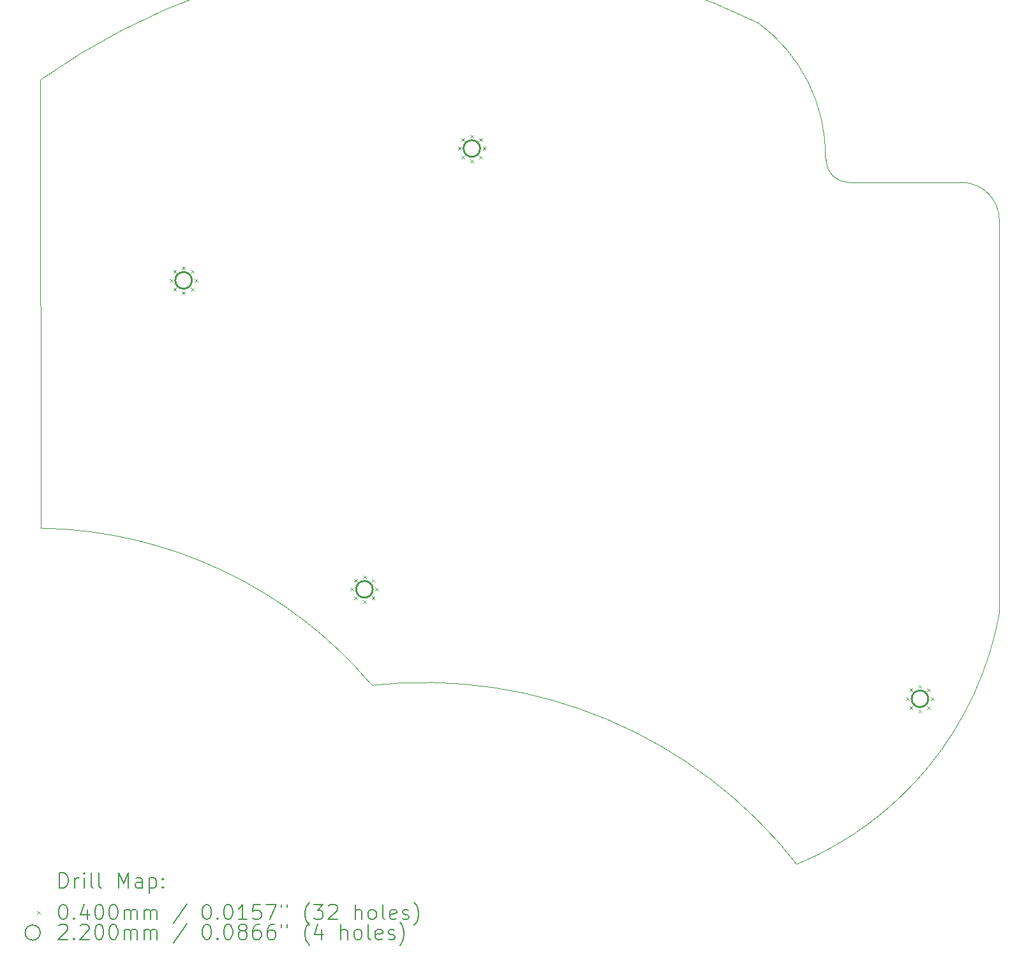
<source format=gbr>
%FSLAX45Y45*%
G04 Gerber Fmt 4.5, Leading zero omitted, Abs format (unit mm)*
G04 Created by KiCad (PCBNEW (6.0.4-0)) date 2022-05-15 19:58:28*
%MOMM*%
%LPD*%
G01*
G04 APERTURE LIST*
%TA.AperFunction,Profile*%
%ADD10C,0.050000*%
%TD*%
%ADD11C,0.200000*%
%ADD12C,0.040000*%
%ADD13C,0.220000*%
G04 APERTURE END LIST*
D10*
X18194931Y-6960571D02*
X18200000Y-6975000D01*
X18200000Y-6975000D02*
G75*
G03*
X18500000Y-7275000I300000J0D01*
G01*
X20500000Y-7775000D02*
X20500000Y-13000000D01*
X7774954Y-5914571D02*
X7779480Y-11863649D01*
X18500000Y-7275000D02*
X20000000Y-7275000D01*
X18194932Y-6960571D02*
G75*
G03*
X17303750Y-5159375I-2197522J33791D01*
G01*
X20500000Y-7775000D02*
G75*
G03*
X20000000Y-7275000I-500000J0D01*
G01*
X12174926Y-13949323D02*
G75*
G03*
X7779480Y-11863649I-4496261J-3801207D01*
G01*
X17303750Y-5159375D02*
G75*
G03*
X7774954Y-5914571I-4127500J-8413750D01*
G01*
X17812861Y-16325288D02*
G75*
G03*
X12174925Y-13949323I-4949949J-3868630D01*
G01*
X17812861Y-16325288D02*
G75*
G03*
X20500000Y-13000000I-1704573J4125824D01*
G01*
D11*
D12*
X9490000Y-8555000D02*
X9530000Y-8595000D01*
X9530000Y-8555000D02*
X9490000Y-8595000D01*
X9538327Y-8438327D02*
X9578327Y-8478327D01*
X9578327Y-8438327D02*
X9538327Y-8478327D01*
X9538327Y-8671673D02*
X9578327Y-8711673D01*
X9578327Y-8671673D02*
X9538327Y-8711673D01*
X9655000Y-8390000D02*
X9695000Y-8430000D01*
X9695000Y-8390000D02*
X9655000Y-8430000D01*
X9655000Y-8720000D02*
X9695000Y-8760000D01*
X9695000Y-8720000D02*
X9655000Y-8760000D01*
X9771673Y-8438327D02*
X9811673Y-8478327D01*
X9811673Y-8438327D02*
X9771673Y-8478327D01*
X9771673Y-8671673D02*
X9811673Y-8711673D01*
X9811673Y-8671673D02*
X9771673Y-8711673D01*
X9820000Y-8555000D02*
X9860000Y-8595000D01*
X9860000Y-8555000D02*
X9820000Y-8595000D01*
X11890000Y-12655000D02*
X11930000Y-12695000D01*
X11930000Y-12655000D02*
X11890000Y-12695000D01*
X11938327Y-12538327D02*
X11978327Y-12578327D01*
X11978327Y-12538327D02*
X11938327Y-12578327D01*
X11938327Y-12771673D02*
X11978327Y-12811673D01*
X11978327Y-12771673D02*
X11938327Y-12811673D01*
X12055000Y-12490000D02*
X12095000Y-12530000D01*
X12095000Y-12490000D02*
X12055000Y-12530000D01*
X12055000Y-12820000D02*
X12095000Y-12860000D01*
X12095000Y-12820000D02*
X12055000Y-12860000D01*
X12171673Y-12538327D02*
X12211673Y-12578327D01*
X12211673Y-12538327D02*
X12171673Y-12578327D01*
X12171673Y-12771673D02*
X12211673Y-12811673D01*
X12211673Y-12771673D02*
X12171673Y-12811673D01*
X12220000Y-12655000D02*
X12260000Y-12695000D01*
X12260000Y-12655000D02*
X12220000Y-12695000D01*
X13315000Y-6805000D02*
X13355000Y-6845000D01*
X13355000Y-6805000D02*
X13315000Y-6845000D01*
X13363327Y-6688327D02*
X13403327Y-6728327D01*
X13403327Y-6688327D02*
X13363327Y-6728327D01*
X13363327Y-6921673D02*
X13403327Y-6961673D01*
X13403327Y-6921673D02*
X13363327Y-6961673D01*
X13480000Y-6640000D02*
X13520000Y-6680000D01*
X13520000Y-6640000D02*
X13480000Y-6680000D01*
X13480000Y-6970000D02*
X13520000Y-7010000D01*
X13520000Y-6970000D02*
X13480000Y-7010000D01*
X13596673Y-6688327D02*
X13636673Y-6728327D01*
X13636673Y-6688327D02*
X13596673Y-6728327D01*
X13596673Y-6921673D02*
X13636673Y-6961673D01*
X13636673Y-6921673D02*
X13596673Y-6961673D01*
X13645000Y-6805000D02*
X13685000Y-6845000D01*
X13685000Y-6805000D02*
X13645000Y-6845000D01*
X19261875Y-14108750D02*
X19301875Y-14148750D01*
X19301875Y-14108750D02*
X19261875Y-14148750D01*
X19310202Y-13992077D02*
X19350202Y-14032077D01*
X19350202Y-13992077D02*
X19310202Y-14032077D01*
X19310202Y-14225423D02*
X19350202Y-14265423D01*
X19350202Y-14225423D02*
X19310202Y-14265423D01*
X19426875Y-13943750D02*
X19466875Y-13983750D01*
X19466875Y-13943750D02*
X19426875Y-13983750D01*
X19426875Y-14273750D02*
X19466875Y-14313750D01*
X19466875Y-14273750D02*
X19426875Y-14313750D01*
X19543548Y-13992077D02*
X19583548Y-14032077D01*
X19583548Y-13992077D02*
X19543548Y-14032077D01*
X19543548Y-14225423D02*
X19583548Y-14265423D01*
X19583548Y-14225423D02*
X19543548Y-14265423D01*
X19591875Y-14108750D02*
X19631875Y-14148750D01*
X19631875Y-14108750D02*
X19591875Y-14148750D01*
D13*
X9785000Y-8575000D02*
G75*
G03*
X9785000Y-8575000I-110000J0D01*
G01*
X12185000Y-12675000D02*
G75*
G03*
X12185000Y-12675000I-110000J0D01*
G01*
X13610000Y-6825000D02*
G75*
G03*
X13610000Y-6825000I-110000J0D01*
G01*
X19556875Y-14128750D02*
G75*
G03*
X19556875Y-14128750I-110000J0D01*
G01*
D11*
X8030073Y-16638264D02*
X8030073Y-16438264D01*
X8077692Y-16438264D01*
X8106264Y-16447788D01*
X8125311Y-16466836D01*
X8134835Y-16485883D01*
X8144359Y-16523979D01*
X8144359Y-16552550D01*
X8134835Y-16590645D01*
X8125311Y-16609693D01*
X8106264Y-16628740D01*
X8077692Y-16638264D01*
X8030073Y-16638264D01*
X8230073Y-16638264D02*
X8230073Y-16504931D01*
X8230073Y-16543026D02*
X8239597Y-16523979D01*
X8249121Y-16514455D01*
X8268168Y-16504931D01*
X8287216Y-16504931D01*
X8353883Y-16638264D02*
X8353883Y-16504931D01*
X8353883Y-16438264D02*
X8344359Y-16447788D01*
X8353883Y-16457312D01*
X8363406Y-16447788D01*
X8353883Y-16438264D01*
X8353883Y-16457312D01*
X8477692Y-16638264D02*
X8458645Y-16628740D01*
X8449121Y-16609693D01*
X8449121Y-16438264D01*
X8582454Y-16638264D02*
X8563406Y-16628740D01*
X8553883Y-16609693D01*
X8553883Y-16438264D01*
X8811026Y-16638264D02*
X8811026Y-16438264D01*
X8877692Y-16581121D01*
X8944359Y-16438264D01*
X8944359Y-16638264D01*
X9125311Y-16638264D02*
X9125311Y-16533502D01*
X9115787Y-16514455D01*
X9096740Y-16504931D01*
X9058645Y-16504931D01*
X9039597Y-16514455D01*
X9125311Y-16628740D02*
X9106264Y-16638264D01*
X9058645Y-16638264D01*
X9039597Y-16628740D01*
X9030073Y-16609693D01*
X9030073Y-16590645D01*
X9039597Y-16571598D01*
X9058645Y-16562074D01*
X9106264Y-16562074D01*
X9125311Y-16552550D01*
X9220549Y-16504931D02*
X9220549Y-16704931D01*
X9220549Y-16514455D02*
X9239597Y-16504931D01*
X9277692Y-16504931D01*
X9296740Y-16514455D01*
X9306264Y-16523979D01*
X9315787Y-16543026D01*
X9315787Y-16600169D01*
X9306264Y-16619217D01*
X9296740Y-16628740D01*
X9277692Y-16638264D01*
X9239597Y-16638264D01*
X9220549Y-16628740D01*
X9401502Y-16619217D02*
X9411026Y-16628740D01*
X9401502Y-16638264D01*
X9391978Y-16628740D01*
X9401502Y-16619217D01*
X9401502Y-16638264D01*
X9401502Y-16514455D02*
X9411026Y-16523979D01*
X9401502Y-16533502D01*
X9391978Y-16523979D01*
X9401502Y-16514455D01*
X9401502Y-16533502D01*
D12*
X7732454Y-16947788D02*
X7772454Y-16987788D01*
X7772454Y-16947788D02*
X7732454Y-16987788D01*
D11*
X8068168Y-16858264D02*
X8087216Y-16858264D01*
X8106264Y-16867788D01*
X8115787Y-16877312D01*
X8125311Y-16896360D01*
X8134835Y-16934455D01*
X8134835Y-16982074D01*
X8125311Y-17020169D01*
X8115787Y-17039217D01*
X8106264Y-17048741D01*
X8087216Y-17058264D01*
X8068168Y-17058264D01*
X8049121Y-17048741D01*
X8039597Y-17039217D01*
X8030073Y-17020169D01*
X8020549Y-16982074D01*
X8020549Y-16934455D01*
X8030073Y-16896360D01*
X8039597Y-16877312D01*
X8049121Y-16867788D01*
X8068168Y-16858264D01*
X8220549Y-17039217D02*
X8230073Y-17048741D01*
X8220549Y-17058264D01*
X8211025Y-17048741D01*
X8220549Y-17039217D01*
X8220549Y-17058264D01*
X8401502Y-16924931D02*
X8401502Y-17058264D01*
X8353883Y-16848741D02*
X8306264Y-16991598D01*
X8430073Y-16991598D01*
X8544359Y-16858264D02*
X8563406Y-16858264D01*
X8582454Y-16867788D01*
X8591978Y-16877312D01*
X8601502Y-16896360D01*
X8611026Y-16934455D01*
X8611026Y-16982074D01*
X8601502Y-17020169D01*
X8591978Y-17039217D01*
X8582454Y-17048741D01*
X8563406Y-17058264D01*
X8544359Y-17058264D01*
X8525311Y-17048741D01*
X8515787Y-17039217D01*
X8506264Y-17020169D01*
X8496740Y-16982074D01*
X8496740Y-16934455D01*
X8506264Y-16896360D01*
X8515787Y-16877312D01*
X8525311Y-16867788D01*
X8544359Y-16858264D01*
X8734835Y-16858264D02*
X8753883Y-16858264D01*
X8772930Y-16867788D01*
X8782454Y-16877312D01*
X8791978Y-16896360D01*
X8801502Y-16934455D01*
X8801502Y-16982074D01*
X8791978Y-17020169D01*
X8782454Y-17039217D01*
X8772930Y-17048741D01*
X8753883Y-17058264D01*
X8734835Y-17058264D01*
X8715787Y-17048741D01*
X8706264Y-17039217D01*
X8696740Y-17020169D01*
X8687216Y-16982074D01*
X8687216Y-16934455D01*
X8696740Y-16896360D01*
X8706264Y-16877312D01*
X8715787Y-16867788D01*
X8734835Y-16858264D01*
X8887216Y-17058264D02*
X8887216Y-16924931D01*
X8887216Y-16943979D02*
X8896740Y-16934455D01*
X8915787Y-16924931D01*
X8944359Y-16924931D01*
X8963406Y-16934455D01*
X8972930Y-16953502D01*
X8972930Y-17058264D01*
X8972930Y-16953502D02*
X8982454Y-16934455D01*
X9001502Y-16924931D01*
X9030073Y-16924931D01*
X9049121Y-16934455D01*
X9058645Y-16953502D01*
X9058645Y-17058264D01*
X9153883Y-17058264D02*
X9153883Y-16924931D01*
X9153883Y-16943979D02*
X9163406Y-16934455D01*
X9182454Y-16924931D01*
X9211026Y-16924931D01*
X9230073Y-16934455D01*
X9239597Y-16953502D01*
X9239597Y-17058264D01*
X9239597Y-16953502D02*
X9249121Y-16934455D01*
X9268168Y-16924931D01*
X9296740Y-16924931D01*
X9315787Y-16934455D01*
X9325311Y-16953502D01*
X9325311Y-17058264D01*
X9715787Y-16848741D02*
X9544359Y-17105883D01*
X9972930Y-16858264D02*
X9991978Y-16858264D01*
X10011026Y-16867788D01*
X10020549Y-16877312D01*
X10030073Y-16896360D01*
X10039597Y-16934455D01*
X10039597Y-16982074D01*
X10030073Y-17020169D01*
X10020549Y-17039217D01*
X10011026Y-17048741D01*
X9991978Y-17058264D01*
X9972930Y-17058264D01*
X9953883Y-17048741D01*
X9944359Y-17039217D01*
X9934835Y-17020169D01*
X9925311Y-16982074D01*
X9925311Y-16934455D01*
X9934835Y-16896360D01*
X9944359Y-16877312D01*
X9953883Y-16867788D01*
X9972930Y-16858264D01*
X10125311Y-17039217D02*
X10134835Y-17048741D01*
X10125311Y-17058264D01*
X10115787Y-17048741D01*
X10125311Y-17039217D01*
X10125311Y-17058264D01*
X10258645Y-16858264D02*
X10277692Y-16858264D01*
X10296740Y-16867788D01*
X10306264Y-16877312D01*
X10315787Y-16896360D01*
X10325311Y-16934455D01*
X10325311Y-16982074D01*
X10315787Y-17020169D01*
X10306264Y-17039217D01*
X10296740Y-17048741D01*
X10277692Y-17058264D01*
X10258645Y-17058264D01*
X10239597Y-17048741D01*
X10230073Y-17039217D01*
X10220549Y-17020169D01*
X10211026Y-16982074D01*
X10211026Y-16934455D01*
X10220549Y-16896360D01*
X10230073Y-16877312D01*
X10239597Y-16867788D01*
X10258645Y-16858264D01*
X10515787Y-17058264D02*
X10401502Y-17058264D01*
X10458645Y-17058264D02*
X10458645Y-16858264D01*
X10439597Y-16886836D01*
X10420549Y-16905883D01*
X10401502Y-16915407D01*
X10696740Y-16858264D02*
X10601502Y-16858264D01*
X10591978Y-16953502D01*
X10601502Y-16943979D01*
X10620549Y-16934455D01*
X10668168Y-16934455D01*
X10687216Y-16943979D01*
X10696740Y-16953502D01*
X10706264Y-16972550D01*
X10706264Y-17020169D01*
X10696740Y-17039217D01*
X10687216Y-17048741D01*
X10668168Y-17058264D01*
X10620549Y-17058264D01*
X10601502Y-17048741D01*
X10591978Y-17039217D01*
X10772930Y-16858264D02*
X10906264Y-16858264D01*
X10820549Y-17058264D01*
X10972930Y-16858264D02*
X10972930Y-16896360D01*
X11049121Y-16858264D02*
X11049121Y-16896360D01*
X11344359Y-17134455D02*
X11334835Y-17124931D01*
X11315787Y-17096360D01*
X11306264Y-17077312D01*
X11296740Y-17048741D01*
X11287216Y-17001122D01*
X11287216Y-16963026D01*
X11296740Y-16915407D01*
X11306264Y-16886836D01*
X11315787Y-16867788D01*
X11334835Y-16839217D01*
X11344359Y-16829693D01*
X11401502Y-16858264D02*
X11525311Y-16858264D01*
X11458644Y-16934455D01*
X11487216Y-16934455D01*
X11506264Y-16943979D01*
X11515787Y-16953502D01*
X11525311Y-16972550D01*
X11525311Y-17020169D01*
X11515787Y-17039217D01*
X11506264Y-17048741D01*
X11487216Y-17058264D01*
X11430073Y-17058264D01*
X11411025Y-17048741D01*
X11401502Y-17039217D01*
X11601502Y-16877312D02*
X11611025Y-16867788D01*
X11630073Y-16858264D01*
X11677692Y-16858264D01*
X11696740Y-16867788D01*
X11706264Y-16877312D01*
X11715787Y-16896360D01*
X11715787Y-16915407D01*
X11706264Y-16943979D01*
X11591978Y-17058264D01*
X11715787Y-17058264D01*
X11953883Y-17058264D02*
X11953883Y-16858264D01*
X12039597Y-17058264D02*
X12039597Y-16953502D01*
X12030073Y-16934455D01*
X12011025Y-16924931D01*
X11982454Y-16924931D01*
X11963406Y-16934455D01*
X11953883Y-16943979D01*
X12163406Y-17058264D02*
X12144359Y-17048741D01*
X12134835Y-17039217D01*
X12125311Y-17020169D01*
X12125311Y-16963026D01*
X12134835Y-16943979D01*
X12144359Y-16934455D01*
X12163406Y-16924931D01*
X12191978Y-16924931D01*
X12211025Y-16934455D01*
X12220549Y-16943979D01*
X12230073Y-16963026D01*
X12230073Y-17020169D01*
X12220549Y-17039217D01*
X12211025Y-17048741D01*
X12191978Y-17058264D01*
X12163406Y-17058264D01*
X12344359Y-17058264D02*
X12325311Y-17048741D01*
X12315787Y-17029693D01*
X12315787Y-16858264D01*
X12496740Y-17048741D02*
X12477692Y-17058264D01*
X12439597Y-17058264D01*
X12420549Y-17048741D01*
X12411025Y-17029693D01*
X12411025Y-16953502D01*
X12420549Y-16934455D01*
X12439597Y-16924931D01*
X12477692Y-16924931D01*
X12496740Y-16934455D01*
X12506264Y-16953502D01*
X12506264Y-16972550D01*
X12411025Y-16991598D01*
X12582454Y-17048741D02*
X12601502Y-17058264D01*
X12639597Y-17058264D01*
X12658644Y-17048741D01*
X12668168Y-17029693D01*
X12668168Y-17020169D01*
X12658644Y-17001122D01*
X12639597Y-16991598D01*
X12611025Y-16991598D01*
X12591978Y-16982074D01*
X12582454Y-16963026D01*
X12582454Y-16953502D01*
X12591978Y-16934455D01*
X12611025Y-16924931D01*
X12639597Y-16924931D01*
X12658644Y-16934455D01*
X12734835Y-17134455D02*
X12744359Y-17124931D01*
X12763406Y-17096360D01*
X12772930Y-17077312D01*
X12782454Y-17048741D01*
X12791978Y-17001122D01*
X12791978Y-16963026D01*
X12782454Y-16915407D01*
X12772930Y-16886836D01*
X12763406Y-16867788D01*
X12744359Y-16839217D01*
X12734835Y-16829693D01*
X7772454Y-17231788D02*
G75*
G03*
X7772454Y-17231788I-100000J0D01*
G01*
X8020549Y-17141312D02*
X8030073Y-17131788D01*
X8049121Y-17122264D01*
X8096740Y-17122264D01*
X8115787Y-17131788D01*
X8125311Y-17141312D01*
X8134835Y-17160360D01*
X8134835Y-17179407D01*
X8125311Y-17207979D01*
X8011025Y-17322264D01*
X8134835Y-17322264D01*
X8220549Y-17303217D02*
X8230073Y-17312741D01*
X8220549Y-17322264D01*
X8211025Y-17312741D01*
X8220549Y-17303217D01*
X8220549Y-17322264D01*
X8306264Y-17141312D02*
X8315787Y-17131788D01*
X8334835Y-17122264D01*
X8382454Y-17122264D01*
X8401502Y-17131788D01*
X8411026Y-17141312D01*
X8420549Y-17160360D01*
X8420549Y-17179407D01*
X8411026Y-17207979D01*
X8296740Y-17322264D01*
X8420549Y-17322264D01*
X8544359Y-17122264D02*
X8563406Y-17122264D01*
X8582454Y-17131788D01*
X8591978Y-17141312D01*
X8601502Y-17160360D01*
X8611026Y-17198455D01*
X8611026Y-17246074D01*
X8601502Y-17284169D01*
X8591978Y-17303217D01*
X8582454Y-17312741D01*
X8563406Y-17322264D01*
X8544359Y-17322264D01*
X8525311Y-17312741D01*
X8515787Y-17303217D01*
X8506264Y-17284169D01*
X8496740Y-17246074D01*
X8496740Y-17198455D01*
X8506264Y-17160360D01*
X8515787Y-17141312D01*
X8525311Y-17131788D01*
X8544359Y-17122264D01*
X8734835Y-17122264D02*
X8753883Y-17122264D01*
X8772930Y-17131788D01*
X8782454Y-17141312D01*
X8791978Y-17160360D01*
X8801502Y-17198455D01*
X8801502Y-17246074D01*
X8791978Y-17284169D01*
X8782454Y-17303217D01*
X8772930Y-17312741D01*
X8753883Y-17322264D01*
X8734835Y-17322264D01*
X8715787Y-17312741D01*
X8706264Y-17303217D01*
X8696740Y-17284169D01*
X8687216Y-17246074D01*
X8687216Y-17198455D01*
X8696740Y-17160360D01*
X8706264Y-17141312D01*
X8715787Y-17131788D01*
X8734835Y-17122264D01*
X8887216Y-17322264D02*
X8887216Y-17188931D01*
X8887216Y-17207979D02*
X8896740Y-17198455D01*
X8915787Y-17188931D01*
X8944359Y-17188931D01*
X8963406Y-17198455D01*
X8972930Y-17217502D01*
X8972930Y-17322264D01*
X8972930Y-17217502D02*
X8982454Y-17198455D01*
X9001502Y-17188931D01*
X9030073Y-17188931D01*
X9049121Y-17198455D01*
X9058645Y-17217502D01*
X9058645Y-17322264D01*
X9153883Y-17322264D02*
X9153883Y-17188931D01*
X9153883Y-17207979D02*
X9163406Y-17198455D01*
X9182454Y-17188931D01*
X9211026Y-17188931D01*
X9230073Y-17198455D01*
X9239597Y-17217502D01*
X9239597Y-17322264D01*
X9239597Y-17217502D02*
X9249121Y-17198455D01*
X9268168Y-17188931D01*
X9296740Y-17188931D01*
X9315787Y-17198455D01*
X9325311Y-17217502D01*
X9325311Y-17322264D01*
X9715787Y-17112741D02*
X9544359Y-17369883D01*
X9972930Y-17122264D02*
X9991978Y-17122264D01*
X10011026Y-17131788D01*
X10020549Y-17141312D01*
X10030073Y-17160360D01*
X10039597Y-17198455D01*
X10039597Y-17246074D01*
X10030073Y-17284169D01*
X10020549Y-17303217D01*
X10011026Y-17312741D01*
X9991978Y-17322264D01*
X9972930Y-17322264D01*
X9953883Y-17312741D01*
X9944359Y-17303217D01*
X9934835Y-17284169D01*
X9925311Y-17246074D01*
X9925311Y-17198455D01*
X9934835Y-17160360D01*
X9944359Y-17141312D01*
X9953883Y-17131788D01*
X9972930Y-17122264D01*
X10125311Y-17303217D02*
X10134835Y-17312741D01*
X10125311Y-17322264D01*
X10115787Y-17312741D01*
X10125311Y-17303217D01*
X10125311Y-17322264D01*
X10258645Y-17122264D02*
X10277692Y-17122264D01*
X10296740Y-17131788D01*
X10306264Y-17141312D01*
X10315787Y-17160360D01*
X10325311Y-17198455D01*
X10325311Y-17246074D01*
X10315787Y-17284169D01*
X10306264Y-17303217D01*
X10296740Y-17312741D01*
X10277692Y-17322264D01*
X10258645Y-17322264D01*
X10239597Y-17312741D01*
X10230073Y-17303217D01*
X10220549Y-17284169D01*
X10211026Y-17246074D01*
X10211026Y-17198455D01*
X10220549Y-17160360D01*
X10230073Y-17141312D01*
X10239597Y-17131788D01*
X10258645Y-17122264D01*
X10439597Y-17207979D02*
X10420549Y-17198455D01*
X10411026Y-17188931D01*
X10401502Y-17169883D01*
X10401502Y-17160360D01*
X10411026Y-17141312D01*
X10420549Y-17131788D01*
X10439597Y-17122264D01*
X10477692Y-17122264D01*
X10496740Y-17131788D01*
X10506264Y-17141312D01*
X10515787Y-17160360D01*
X10515787Y-17169883D01*
X10506264Y-17188931D01*
X10496740Y-17198455D01*
X10477692Y-17207979D01*
X10439597Y-17207979D01*
X10420549Y-17217502D01*
X10411026Y-17227026D01*
X10401502Y-17246074D01*
X10401502Y-17284169D01*
X10411026Y-17303217D01*
X10420549Y-17312741D01*
X10439597Y-17322264D01*
X10477692Y-17322264D01*
X10496740Y-17312741D01*
X10506264Y-17303217D01*
X10515787Y-17284169D01*
X10515787Y-17246074D01*
X10506264Y-17227026D01*
X10496740Y-17217502D01*
X10477692Y-17207979D01*
X10687216Y-17122264D02*
X10649121Y-17122264D01*
X10630073Y-17131788D01*
X10620549Y-17141312D01*
X10601502Y-17169883D01*
X10591978Y-17207979D01*
X10591978Y-17284169D01*
X10601502Y-17303217D01*
X10611026Y-17312741D01*
X10630073Y-17322264D01*
X10668168Y-17322264D01*
X10687216Y-17312741D01*
X10696740Y-17303217D01*
X10706264Y-17284169D01*
X10706264Y-17236550D01*
X10696740Y-17217502D01*
X10687216Y-17207979D01*
X10668168Y-17198455D01*
X10630073Y-17198455D01*
X10611026Y-17207979D01*
X10601502Y-17217502D01*
X10591978Y-17236550D01*
X10877692Y-17122264D02*
X10839597Y-17122264D01*
X10820549Y-17131788D01*
X10811026Y-17141312D01*
X10791978Y-17169883D01*
X10782454Y-17207979D01*
X10782454Y-17284169D01*
X10791978Y-17303217D01*
X10801502Y-17312741D01*
X10820549Y-17322264D01*
X10858645Y-17322264D01*
X10877692Y-17312741D01*
X10887216Y-17303217D01*
X10896740Y-17284169D01*
X10896740Y-17236550D01*
X10887216Y-17217502D01*
X10877692Y-17207979D01*
X10858645Y-17198455D01*
X10820549Y-17198455D01*
X10801502Y-17207979D01*
X10791978Y-17217502D01*
X10782454Y-17236550D01*
X10972930Y-17122264D02*
X10972930Y-17160360D01*
X11049121Y-17122264D02*
X11049121Y-17160360D01*
X11344359Y-17398455D02*
X11334835Y-17388931D01*
X11315787Y-17360360D01*
X11306264Y-17341312D01*
X11296740Y-17312741D01*
X11287216Y-17265122D01*
X11287216Y-17227026D01*
X11296740Y-17179407D01*
X11306264Y-17150836D01*
X11315787Y-17131788D01*
X11334835Y-17103217D01*
X11344359Y-17093693D01*
X11506264Y-17188931D02*
X11506264Y-17322264D01*
X11458644Y-17112741D02*
X11411025Y-17255598D01*
X11534835Y-17255598D01*
X11763406Y-17322264D02*
X11763406Y-17122264D01*
X11849121Y-17322264D02*
X11849121Y-17217502D01*
X11839597Y-17198455D01*
X11820549Y-17188931D01*
X11791978Y-17188931D01*
X11772930Y-17198455D01*
X11763406Y-17207979D01*
X11972930Y-17322264D02*
X11953883Y-17312741D01*
X11944359Y-17303217D01*
X11934835Y-17284169D01*
X11934835Y-17227026D01*
X11944359Y-17207979D01*
X11953883Y-17198455D01*
X11972930Y-17188931D01*
X12001502Y-17188931D01*
X12020549Y-17198455D01*
X12030073Y-17207979D01*
X12039597Y-17227026D01*
X12039597Y-17284169D01*
X12030073Y-17303217D01*
X12020549Y-17312741D01*
X12001502Y-17322264D01*
X11972930Y-17322264D01*
X12153883Y-17322264D02*
X12134835Y-17312741D01*
X12125311Y-17293693D01*
X12125311Y-17122264D01*
X12306264Y-17312741D02*
X12287216Y-17322264D01*
X12249121Y-17322264D01*
X12230073Y-17312741D01*
X12220549Y-17293693D01*
X12220549Y-17217502D01*
X12230073Y-17198455D01*
X12249121Y-17188931D01*
X12287216Y-17188931D01*
X12306264Y-17198455D01*
X12315787Y-17217502D01*
X12315787Y-17236550D01*
X12220549Y-17255598D01*
X12391978Y-17312741D02*
X12411025Y-17322264D01*
X12449121Y-17322264D01*
X12468168Y-17312741D01*
X12477692Y-17293693D01*
X12477692Y-17284169D01*
X12468168Y-17265122D01*
X12449121Y-17255598D01*
X12420549Y-17255598D01*
X12401502Y-17246074D01*
X12391978Y-17227026D01*
X12391978Y-17217502D01*
X12401502Y-17198455D01*
X12420549Y-17188931D01*
X12449121Y-17188931D01*
X12468168Y-17198455D01*
X12544359Y-17398455D02*
X12553883Y-17388931D01*
X12572930Y-17360360D01*
X12582454Y-17341312D01*
X12591978Y-17312741D01*
X12601502Y-17265122D01*
X12601502Y-17227026D01*
X12591978Y-17179407D01*
X12582454Y-17150836D01*
X12572930Y-17131788D01*
X12553883Y-17103217D01*
X12544359Y-17093693D01*
M02*

</source>
